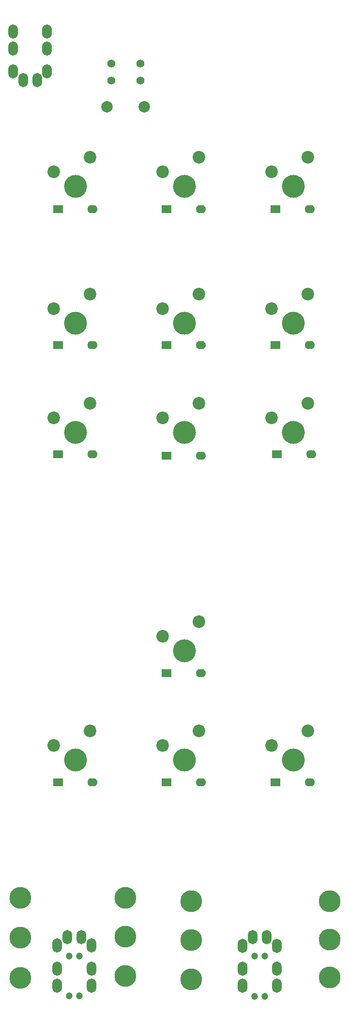
<source format=gbs>
G04 #@! TF.GenerationSoftware,KiCad,Pcbnew,(5.1.8)-1*
G04 #@! TF.CreationDate,2021-12-18T13:29:49+09:00*
G04 #@! TF.ProjectId,keyboard-layouter-playground,6b657962-6f61-4726-942d-6c61796f7574,rev?*
G04 #@! TF.SameCoordinates,Original*
G04 #@! TF.FileFunction,Soldermask,Bot*
G04 #@! TF.FilePolarity,Negative*
%FSLAX46Y46*%
G04 Gerber Fmt 4.6, Leading zero omitted, Abs format (unit mm)*
G04 Created by KiCad (PCBNEW (5.1.8)-1) date 2021-12-18 13:29:49*
%MOMM*%
%LPD*%
G01*
G04 APERTURE LIST*
%ADD10O,1.700000X2.500000*%
%ADD11C,1.200000*%
%ADD12C,3.800000*%
%ADD13C,4.000000*%
%ADD14C,2.200000*%
%ADD15C,1.397000*%
%ADD16O,1.778000X1.397000*%
%ADD17R,1.778000X1.397000*%
%ADD18C,2.000000*%
G04 APERTURE END LIST*
D10*
X62933000Y-259522800D03*
X58733000Y-261022800D03*
X58733000Y-265022800D03*
X58733000Y-268022800D03*
D11*
X60833000Y-262822800D03*
X60833000Y-269822800D03*
D10*
X64683000Y-265022800D03*
X64683000Y-268022800D03*
X60483000Y-259522800D03*
X64683000Y-261022800D03*
D11*
X62583000Y-269822800D03*
X62583000Y-262822800D03*
D12*
X49733200Y-253238000D03*
X49733200Y-260043000D03*
X49733200Y-266848001D03*
X73964800Y-253238000D03*
X73964800Y-266573000D03*
X73964800Y-259905500D03*
D10*
X30497200Y-259497400D03*
X26297200Y-260997400D03*
X26297200Y-264997400D03*
X26297200Y-267997400D03*
D11*
X28397200Y-262797400D03*
X28397200Y-269797400D03*
D10*
X32247200Y-264997400D03*
X32247200Y-267997400D03*
X28047200Y-259497400D03*
X32247200Y-260997400D03*
D11*
X30147200Y-269797400D03*
X30147200Y-262797400D03*
D12*
X19862800Y-252628400D03*
X19862800Y-259613400D03*
X19862800Y-266598400D03*
X38176200Y-252628400D03*
X38176200Y-266323399D03*
X38176200Y-259475900D03*
D13*
X67623000Y-128584000D03*
D14*
X63813000Y-126044000D03*
X70163000Y-123504000D03*
D15*
X40792400Y-110109000D03*
X35712400Y-110109000D03*
X40792400Y-107086400D03*
X35712400Y-107086400D03*
D16*
X70438000Y-232504000D03*
D17*
X64438000Y-232504000D03*
D16*
X51438000Y-232504000D03*
D17*
X45438000Y-232504000D03*
D16*
X32438000Y-232504000D03*
D17*
X26438000Y-232504000D03*
D16*
X51438000Y-213504000D03*
D17*
X45438000Y-213504000D03*
D16*
X70688000Y-175254000D03*
D17*
X64688000Y-175254000D03*
D16*
X51438000Y-175504000D03*
D17*
X45438000Y-175504000D03*
D16*
X32438000Y-175254000D03*
D17*
X26438000Y-175254000D03*
D16*
X70438000Y-156254000D03*
D17*
X64438000Y-156254000D03*
D16*
X51438000Y-156254000D03*
D17*
X45438000Y-156254000D03*
D16*
X32438000Y-156254000D03*
D17*
X26438000Y-156254000D03*
D16*
X70438000Y-132504000D03*
D17*
X64438000Y-132504000D03*
D16*
X51438000Y-132504000D03*
D17*
X45438000Y-132504000D03*
D16*
X32438000Y-132504000D03*
D17*
X26438000Y-132504000D03*
D10*
X18577800Y-108509800D03*
X22777800Y-110009800D03*
X18577800Y-101509800D03*
X18577800Y-104509800D03*
X24527800Y-101509800D03*
X24527800Y-104509800D03*
X24527800Y-108509800D03*
X20327800Y-110009800D03*
D18*
X41477000Y-114681000D03*
X34977000Y-114681000D03*
D13*
X48573000Y-228596000D03*
D14*
X44763000Y-226056000D03*
X51113000Y-223516000D03*
D13*
X29523000Y-228596000D03*
D14*
X25713000Y-226056000D03*
X32063000Y-223516000D03*
D13*
X48573000Y-209546000D03*
D14*
X44763000Y-207006000D03*
X51113000Y-204466000D03*
D13*
X67623000Y-228596000D03*
D14*
X63813000Y-226056000D03*
X70163000Y-223516000D03*
D13*
X67623000Y-171446000D03*
D14*
X63813000Y-168906000D03*
X70163000Y-166366000D03*
D13*
X48573000Y-171446000D03*
D14*
X44763000Y-168906000D03*
X51113000Y-166366000D03*
D13*
X29523000Y-152396000D03*
D14*
X25713000Y-149856000D03*
X32063000Y-147316000D03*
D13*
X67623000Y-152396000D03*
D14*
X63813000Y-149856000D03*
X70163000Y-147316000D03*
D13*
X48573000Y-152396000D03*
D14*
X44763000Y-149856000D03*
X51113000Y-147316000D03*
D13*
X48573000Y-128584000D03*
D14*
X44763000Y-126044000D03*
X51113000Y-123504000D03*
D13*
X29523000Y-128584000D03*
D14*
X25713000Y-126044000D03*
X32063000Y-123504000D03*
D13*
X29523000Y-171446000D03*
D14*
X25713000Y-168906000D03*
X32063000Y-166366000D03*
M02*

</source>
